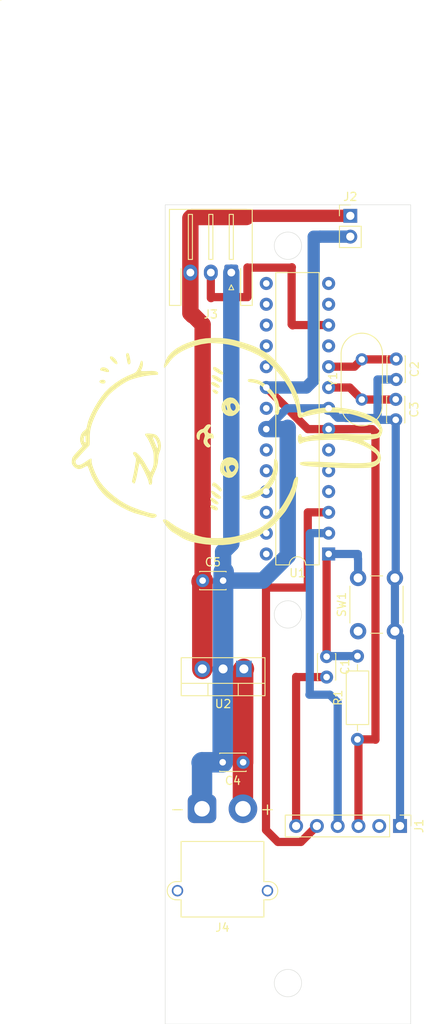
<source format=kicad_pcb>
(kicad_pcb (version 20240108) (generator "pcbnew") (generator_version "8.0")
  (layers (0 "F.Cu" signal) (31 "B.Cu" signal) (34 "B.Paste" user) (35 "F.Paste" user) (36 "B.SilkS" user "B.Silkscreen") (37 "F.SilkS" user "F.Silkscreen") (38 "B.Mask" user) (39 "F.Mask" user) (44 "Edge.Cuts" user))
  (net 0 "")
  (net 1 "Net-(U1-~{RESET}{slash}PC6)")
  (net 2 "Net-(U1-XTAL2{slash}PB7)")
  (net 3 "GND")
  (net 4 "Net-(U1-XTAL1{slash}PB6)")
  (net 5 "VCC")
  (net 16 "Net-(J1-Pin_6)")
  (net 17 "Net-(J1-Pin_5)")
  (net 18 "Net-(J1-Pin_4)")
  (net 25 "batt_16V")
  (net 26 "led_5V")
  (net 27 "signal")
  (footprint "Connector_PinHeader_2.54mm:PinHeader_1x02_P2.54mm_Vertical" (layer "F.Cu") (at 122.625 51.35)
    (property "Reference" "J2" (at 0 -2.33 0) (layer "F.SilkS"))
    (property "Value" "Conn_01x02_Pin")
    (pad "1" thru_hole rect (at 0 0) (size 1.7 1.7) (drill 1) (layers "*.Cu" "*.Mask") (net 26 "led_5V"))
    (pad "2" thru_hole oval (at 0 2.54) (size 1.7 1.7) (drill 1) (layers "*.Cu" "*.Mask") (net 5 "VCC"))
  )
  (footprint "Capacitor_THT:C_Disc_D3.0mm_W2.0mm_P2.50mm" (layer "F.Cu") (at 119.725 105.15 -90)
    (property "Reference" "C1" (at 1.25 -2.25 90) (layer "F.SilkS"))
    (property "Value" "0.1μ")
    (pad "1" thru_hole circle (at 0 0 270) (size 1.6 1.6) (drill 0.8) (layers "*.Cu" "*.Mask") (net 1 "Net-(U1-~{RESET}{slash}PC6)"))
    (pad "2" thru_hole circle (at 2.5 0 270) (size 1.6 1.6) (drill 0.8) (layers "*.Cu" "*.Mask") (net 16 "Net-(J1-Pin_6)"))
  )
  (footprint "Capacitor_THT:C_Disc_D3.0mm_W2.0mm_P2.50mm" (layer "F.Cu") (at 109.525 118.05 180)
    (property "Reference" "C4" (at 1.25 -2.25 0) (layer "F.SilkS"))
    (property "Value" "0.33μF")
    (pad "1" thru_hole circle (at 0 0 180) (size 1.6 1.6) (drill 0.8) (layers "*.Cu" "*.Mask") (net 25 "batt_16V"))
    (pad "2" thru_hole circle (at 2.5 0 180) (size 1.6 1.6) (drill 0.8) (layers "*.Cu" "*.Mask") (net 3 "GND"))
  )
  (footprint "Button_Switch_THT:SW_PUSH_6mm" (layer "F.Cu") (at 123.575 102.05 90)
    (property "Reference" "SW1" (at 3.25 -2 90) (layer "F.SilkS"))
    (property "Value" "SW_Push")
    (pad "1" thru_hole circle (at 0 0 180) (size 2 2) (drill 1.1) (layers "*.Cu" "*.Mask") (net 1 "Net-(U1-~{RESET}{slash}PC6)"))
    (pad "1" thru_hole circle (at 6.5 0 180) (size 2 2) (drill 1.1) (layers "*.Cu" "*.Mask") (net 1 "Net-(U1-~{RESET}{slash}PC6)"))
    (pad "2" thru_hole circle (at 0 4.5 180) (size 2 2) (drill 1.1) (layers "*.Cu" "*.Mask") (net 3 "GND"))
    (pad "2" thru_hole circle (at 6.5 4.5 180) (size 2 2) (drill 1.1) (layers "*.Cu" "*.Mask") (net 3 "GND"))
  )
  (footprint "Connector_AMASS:AMASS_XT30PW-M_1x02_P2.50mm_Horizontal" (layer "F.Cu") (at 104.5 123.725 180)
    (property "Reference" "J4" (at -2.5 -14.5 0) (layer "F.SilkS"))
    (property "Value" "batt")
    (fp_text user "-" (at 3 0 0) (layer "F.SilkS") (effects (font (size 1.5 1.5))))
    (fp_text user "+" (at -8 0 0) (layer "F.SilkS") (effects (font (size 1.5 1.5))))
    (pad "" thru_hole circle (at -8 -10 180) (size 1.4 1.4) (drill 1) (layers "*.Cu" "*.Mask"))
    (pad "" thru_hole circle (at 3 -10 180) (size 1.4 1.4) (drill 1) (layers "*.Cu" "*.Mask"))
    (pad "1" thru_hole roundrect (at 0 0 180) (size 3.5 3.5) (drill 1.9) (layers "*.Cu" "*.Mask") (roundrect_rratio 0.22) (net 3 "GND"))
    (pad "2" thru_hole circle (at -5 0 180) (size 3.5 3.5) (drill 1.9) (layers "*.Cu" "*.Mask") (net 25 "batt_16V"))
  )
  (footprint "Package_DIP:DIP-28_W7.62mm" (layer "F.Cu") (at 119.975 92.625 180)
    (property "Reference" "U1" (at 3.81 -2.33 0) (layer "F.SilkS"))
    (property "Value" "ATmega328-P")
    (pad "1" thru_hole rect (at 0 0 180) (size 1.6 1.6) (drill 0.8) (layers "*.Cu" "*.Mask") (net 1 "Net-(U1-~{RESET}{slash}PC6)"))
    (pad "2" thru_hole oval (at 0 2.54 180) (size 1.6 1.6) (drill 0.8) (layers "*.Cu" "*.Mask") (net 18 "Net-(J1-Pin_4)"))
    (pad "3" thru_hole oval (at 0 5.08 180) (size 1.6 1.6) (drill 0.8) (layers "*.Cu" "*.Mask") (net 17 "Net-(J1-Pin_5)"))
    (pad "4" thru_hole oval (at 0 7.62 180) (size 1.6 1.6) (drill 0.8) (layers "*.Cu" "*.Mask"))
    (pad "5" thru_hole oval (at 0 10.16 180) (size 1.6 1.6) (drill 0.8) (layers "*.Cu" "*.Mask"))
    (pad "6" thru_hole oval (at 0 12.7 180) (size 1.6 1.6) (drill 0.8) (layers "*.Cu" "*.Mask"))
    (pad "7" thru_hole oval (at 0 15.24 180) (size 1.6 1.6) (drill 0.8) (layers "*.Cu" "*.Mask") (net 5 "VCC"))
    (pad "8" thru_hole oval (at 0 17.78 180) (size 1.6 1.6) (drill 0.8) (layers "*.Cu" "*.Mask") (net 3 "GND"))
    (pad "9" thru_hole oval (at 0 20.32 180) (size 1.6 1.6) (drill 0.8) (layers "*.Cu" "*.Mask") (net 4 "Net-(U1-XTAL1{slash}PB6)"))
    (pad "10" thru_hole oval (at 0 22.86 180) (size 1.6 1.6) (drill 0.8) (layers "*.Cu" "*.Mask") (net 2 "Net-(U1-XTAL2{slash}PB7)"))
    (pad "11" thru_hole oval (at 0 25.4 180) (size 1.6 1.6) (drill 0.8) (layers "*.Cu" "*.Mask"))
    (pad "12" thru_hole oval (at 0 27.94 180) (size 1.6 1.6) (drill 0.8) (layers "*.Cu" "*.Mask") (net 27 "signal"))
    (pad "13" thru_hole oval (at 0 30.48 180) (size 1.6 1.6) (drill 0.8) (layers "*.Cu" "*.Mask"))
    (pad "14" thru_hole oval (at 0 33.02 180) (size 1.6 1.6) (drill 0.8) (layers "*.Cu" "*.Mask"))
    (pad "15" thru_hole oval (at 7.62 33.02 180) (size 1.6 1.6) (drill 0.8) (layers "*.Cu" "*.Mask"))
    (pad "16" thru_hole oval (at 7.62 30.48 180) (size 1.6 1.6) (drill 0.8) (layers "*.Cu" "*.Mask"))
    (pad "17" thru_hole oval (at 7.62 27.94 180) (size 1.6 1.6) (drill 0.8) (layers "*.Cu" "*.Mask"))
    (pad "18" thru_hole oval (at 7.62 25.4 180) (size 1.6 1.6) (drill 0.8) (layers "*.Cu" "*.Mask"))
    (pad "19" thru_hole oval (at 7.62 22.86 180) (size 1.6 1.6) (drill 0.8) (layers "*.Cu" "*.Mask"))
    (pad "20" thru_hole oval (at 7.62 20.32 180) (size 1.6 1.6) (drill 0.8) (layers "*.Cu" "*.Mask") (net 5 "VCC"))
    (pad "21" thru_hole oval (at 7.62 17.78 180) (size 1.6 1.6) (drill 0.8) (layers "*.Cu" "*.Mask"))
    (pad "22" thru_hole oval (at 7.62 15.24 180) (size 1.6 1.6) (drill 0.8) (layers "*.Cu" "*.Mask") (net 3 "GND"))
    (pad "23" thru_hole oval (at 7.62 12.7 180) (size 1.6 1.6) (drill 0.8) (layers "*.Cu" "*.Mask"))
    (pad "24" thru_hole oval (at 7.62 10.16 180) (size 1.6 1.6) (drill 0.8) (layers "*.Cu" "*.Mask"))
    (pad "25" thru_hole oval (at 7.62 7.62 180) (size 1.6 1.6) (drill 0.8) (layers "*.Cu" "*.Mask"))
    (pad "26" thru_hole oval (at 7.62 5.08 180) (size 1.6 1.6) (drill 0.8) (layers "*.Cu" "*.Mask"))
    (pad "27" thru_hole oval (at 7.62 2.54 180) (size 1.6 1.6) (drill 0.8) (layers "*.Cu" "*.Mask"))
    (pad "28" thru_hole oval (at 7.62 0 180) (size 1.6 1.6) (drill 0.8) (layers "*.Cu" "*.Mask"))
  )
  (footprint "Connector_PinHeader_2.54mm:PinHeader_1x06_P2.54mm_Vertical" (layer "F.Cu") (at 128.7 125.825 -90)
    (property "Reference" "J1" (at 0 -2.33 90) (layer "F.SilkS"))
    (property "Value" "CH340E_MODULE")
    (pad "1" thru_hole rect (at 0 0 270) (size 1.7 1.7) (drill 1) (layers "*.Cu" "*.Mask") (net 3 "GND"))
    (pad "2" thru_hole oval (at 0 2.54 270) (size 1.7 1.7) (drill 1) (layers "*.Cu" "*.Mask"))
    (pad "3" thru_hole oval (at 0 5.08 270) (size 1.7 1.7) (drill 1) (layers "*.Cu" "*.Mask") (net 5 "VCC"))
    (pad "4" thru_hole oval (at 0 7.62 270) (size 1.7 1.7) (drill 1) (layers "*.Cu" "*.Mask") (net 18 "Net-(J1-Pin_4)"))
    (pad "5" thru_hole oval (at 0 10.16 270) (size 1.7 1.7) (drill 1) (layers "*.Cu" "*.Mask") (net 17 "Net-(J1-Pin_5)"))
    (pad "6" thru_hole oval (at 0 12.7 270) (size 1.7 1.7) (drill 1) (layers "*.Cu" "*.Mask") (net 16 "Net-(J1-Pin_6)"))
  )
  (footprint "Resistor_THT:R_Axial_DIN0207_L6.3mm_D2.5mm_P10.16mm_Horizontal" (layer "F.Cu") (at 123.5 115.255 90)
    (property "Reference" "R1" (at 5.08 -2.37 90) (layer "F.SilkS"))
    (property "Value" "10k")
    (pad "1" thru_hole circle (at 0 0 90) (size 1.6 1.6) (drill 0.8) (layers "*.Cu" "*.Mask") (net 5 "VCC"))
    (pad "2" thru_hole oval (at 10.16 0 90) (size 1.6 1.6) (drill 0.8) (layers "*.Cu" "*.Mask") (net 1 "Net-(U1-~{RESET}{slash}PC6)"))
  )
  (footprint "yaha.pritty:yaha" (layer "F.Cu") (at 108.4 75.8 -90)
    (property "Reference" "G***" (hide yes))
    (property "Value" "LOGO" (hide yes))
  )
  (footprint "Connector_JST:JST_XH_S3B-XH-A-1_1x03_P2.50mm_Horizontal" (layer "F.Cu") (at 108.075 58.275 180)
    (property "Reference" "J3" (at 2.5 -5.1 0) (layer "F.SilkS"))
    (property "Value" "led tape")
    (pad "1" thru_hole roundrect (at 0 0 180) (size 1.7 1.95) (drill 0.95) (layers "*.Cu" "*.Mask") (roundrect_rratio 0.147059) (net 3 "GND"))
    (pad "2" thru_hole oval (at 2.5 0 180) (size 1.7 1.95) (drill 0.95) (layers "*.Cu" "*.Mask") (net 27 "signal"))
    (pad "3" thru_hole oval (at 5 0 180) (size 1.7 1.95) (drill 0.95) (layers "*.Cu" "*.Mask") (net 26 "led_5V"))
  )
  (footprint "Capacitor_THT:C_Disc_D3.0mm_W2.0mm_P2.50mm" (layer "F.Cu") (at 104.575 95.875)
    (property "Reference" "C5" (at 1.25 -2.25 0) (layer "F.SilkS"))
    (property "Value" "0.1μF")
    (pad "1" thru_hole circle (at 0 0) (size 1.6 1.6) (drill 0.8) (layers "*.Cu" "*.Mask") (net 26 "led_5V"))
    (pad "2" thru_hole circle (at 2.5 0) (size 1.6 1.6) (drill 0.8) (layers "*.Cu" "*.Mask") (net 3 "GND"))
  )
  (footprint "Package_TO_SOT_THT:TO-220-3_Vertical" (layer "F.Cu") (at 109.615 106.655 180)
    (property "Reference" "U2" (at 2.54 -4.27 0) (layer "F.SilkS"))
    (property "Value" "LM7805_TO220")
    (pad "1" thru_hole rect (at 0 0 180) (size 1.905 2) (drill 1.1) (layers "*.Cu" "*.Mask") (net 25 "batt_16V"))
    (pad "2" thru_hole oval (at 2.54 0 180) (size 1.905 2) (drill 1.1) (layers "*.Cu" "*.Mask") (net 3 "GND"))
    (pad "3" thru_hole oval (at 5.08 0 180) (size 1.905 2) (drill 1.1) (layers "*.Cu" "*.Mask") (net 26 "led_5V"))
  )
  (footprint "Capacitor_THT:C_Disc_D3.0mm_W2.0mm_P2.50mm" (layer "F.Cu") (at 128.225 68.825 -90)
    (property "Reference" "C2" (at 1.25 -2.25 90) (layer "F.SilkS"))
    (property "Value" "22p")
    (pad "1" thru_hole circle (at 0 0 270) (size 1.6 1.6) (drill 0.8) (layers "*.Cu" "*.Mask") (net 2 "Net-(U1-XTAL2{slash}PB7)"))
    (pad "2" thru_hole circle (at 2.5 0 270) (size 1.6 1.6) (drill 0.8) (layers "*.Cu" "*.Mask") (net 3 "GND"))
  )
  (footprint "Crystal:Crystal_HC18-U_Vertical" (layer "F.Cu") (at 124.025 73.775 90)
    (property "Reference" "Y1" (at 2.45 -3.525 90) (layer "F.SilkS"))
    (property "Value" "16MHz")
    (pad "1" thru_hole circle (at 0 0 90) (size 1.5 1.5) (drill 0.8) (layers "*.Cu" "*.Mask") (net 4 "Net-(U1-XTAL1{slash}PB6)"))
    (pad "2" thru_hole circle (at 4.9 0 90) (size 1.5 1.5) (drill 0.8) (layers "*.Cu" "*.Mask") (net 2 "Net-(U1-XTAL2{slash}PB7)"))
  )
  (footprint "Capacitor_THT:C_Disc_D3.0mm_W2.0mm_P2.50mm" (layer "F.Cu") (at 128.175 73.75 -90)
    (property "Reference" "C3" (at 1.25 -2.25 90) (layer "F.SilkS"))
    (property "Value" "22p")
    (pad "1" thru_hole circle (at 0 0 270) (size 1.6 1.6) (drill 0.8) (layers "*.Cu" "*.Mask") (net 4 "Net-(U1-XTAL1{slash}PB6)"))
    (pad "2" thru_hole circle (at 2.5 0 270) (size 1.6 1.6) (drill 0.8) (layers "*.Cu" "*.Mask") (net 3 "GND"))
  )
  (gr_rect (start 100 50) (end 130 150) (stroke (width 0.05)) (fill none) (layer "Edge.Cuts"))
  (gr_circle (center 115 145) (end 116.67 145) (stroke (width 0.05)) (fill none) (layer "Edge.Cuts"))
  (gr_circle (center 115 100) (end 116.67 100) (stroke (width 0.05)) (fill none) (layer "Edge.Cuts"))
  (gr_circle (center 115 55) (end 116.67 55) (stroke (width 0.05)) (fill none) (layer "Edge.Cuts"))
  (segment (start 119.725 105.15) (end 119.725 92.875) (width 1) (layer "F.Cu") (net 1))
  (segment (start 119.725 92.875) (end 119.975 92.625) (width 1) (layer "F.Cu") (net 1))
  (segment (start 123.5 105.095) (end 119.78 105.095) (width 1) (layer "B.Cu") (net 1))
  (segment (start 123.55 93.225) (end 123.575 93.25) (width 1) (layer "B.Cu") (net 1))
  (segment (start 123.55 92.625) (end 123.55 93.225) (width 1) (layer "B.Cu") (net 1))
  (segment (start 119.78 105.095) (end 119.725 105.15) (width 1) (layer "B.Cu") (net 1))
  (segment (start 119.975 92.625) (end 123.55 92.625) (width 1) (layer "B.Cu") (net 1))
  (segment (start 123.575 93.25) (end 123.575 95.55) (width 1) (layer "B.Cu") (net 1))
  (segment (start 124.025 68.875) (end 128.175 68.875) (width 1) (layer "F.Cu") (net 2))
  (segment (start 128.175 68.875) (end 128.225 68.825) (width 1) (layer "F.Cu") (net 2))
  (segment (start 119.975 69.765) (end 123.135 69.765) (width 1) (layer "F.Cu") (net 2))
  (segment (start 123.135 69.765) (end 124.025 68.875) (width 1) (layer "F.Cu") (net 2))
  (segment (start 104.45 118.1) (end 104.5 118.05) (width 2.5) (layer "B.Cu") (net 3))
  (segment (start 107.025 118.05) (end 107.025 106.705) (width 2.5) (layer "B.Cu") (net 3))
  (segment (start 107.075 92.35637) (end 108.075 91.35637) (width 2) (layer "B.Cu") (net 3))
  (segment (start 128.075 95.55) (end 128.075 95.075) (width 1) (layer "B.Cu") (net 3))
  (segment (start 114.975 77.225) (end 114.815 77.385) (width 2) (layer "B.Cu") (net 3))
  (segment (start 127.815 102.31) (end 128.075 102.05) (width 1) (layer "B.Cu") (net 3))
  (segment (start 104.5 118.05) (end 107.025 118.05) (width 2.5) (layer "B.Cu") (net 3))
  (segment (start 128.175 95.45) (end 128.075 95.55) (width 1) (layer "B.Cu") (net 3))
  (segment (start 107.075 95.875) (end 107.075 92.35637) (width 2) (layer "B.Cu") (net 3))
  (segment (start 128.175 76.25) (end 128.175 95.45) (width 1) (layer "B.Cu") (net 3))
  (segment (start 107.15 95.95) (end 107.075 95.875) (width 2.5) (layer "B.Cu") (net 3))
  (segment (start 128.7 125.825) (end 128.7 102.675) (width 1) (layer "B.Cu") (net 3))
  (segment (start 125.95 76.025) (end 126.175 76.25) (width 1) (layer "B.Cu") (net 3))
  (segment (start 122.075 76) (end 122.1 76.025) (width 1) (layer "B.Cu") (net 3))
  (segment (start 121.1 76) (end 122.075 76) (width 1) (layer "B.Cu") (net 3))
  (segment (start 107.075 95.875) (end 111.933428 95.875) (width 2) (layer "B.Cu") (net 3))
  (segment (start 128.075 102.05) (end 128.075 95.55) (width 1) (layer "B.Cu") (net 3))
  (segment (start 128.7 102.675) (end 128.075 102.05) (width 1) (layer "B.Cu") (net 3))
  (segment (start 120.774999 75.674999) (end 121.1 76) (width 1) (layer "B.Cu") (net 3))
  (segment (start 128.225 71.325) (end 125.95 71.325) (width 1) (layer "B.Cu") (net 3))
  (segment (start 119.975 74.845) (end 114.895 74.845) (width 1) (layer "B.Cu") (net 3))
  (segment (start 114.815 77.385) (end 112.355 77.385) (width 2) (layer "B.Cu") (net 3))
  (segment (start 120.774999 75.644999) (end 120.774999 75.674999) (width 1) (layer "B.Cu") (net 3))
  (segment (start 126.175 76.25) (end 128.175 76.25) (width 1) (layer "B.Cu") (net 3))
  (segment (start 104.5 118.15) (end 104.45 118.1) (width 2.5) (layer "B.Cu") (net 3))
  (segment (start 114.975 92.833428) (end 114.975 77.225) (width 2) (layer "B.Cu") (net 3))
  (segment (start 119.975 74.845) (end 120.774999 75.644999) (width 1) (layer "B.Cu") (net 3))
  (segment (start 107 106.73) (end 107.075 106.655) (width 2.5) (layer "B.Cu") (net 3))
  (segment (start 107.075 95.875) (end 107.075 106.655) (width 2.5) (layer "B.Cu") (net 3))
  (segment (start 128.075 95.075) (end 128.125 95.025) (width 1) (layer "B.Cu") (net 3))
  (segment (start 107.15 95.95) (end 107.15 94.81863) (width 2.5) (layer "B.Cu") (net 3))
  (segment (start 104.5 123.725) (end 104.5 118.15) (width 2.5) (layer "B.Cu") (net 3))
  (segment (start 122.1 76.025) (end 125.95 76.025) (width 1) (layer "B.Cu") (net 3))
  (segment (start 111.933428 95.875) (end 114.975 92.833428) (width 2) (layer "B.Cu") (net 3))
  (segment (start 125.95 71.325) (end 125.95 76.025) (width 1) (layer "B.Cu") (net 3))
  (segment (start 107.025 106.705) (end 107.075 106.655) (width 2.5) (layer "B.Cu") (net 3))
  (segment (start 108.075 58.275) (end 108.075 91.35637) (width 2) (layer "B.Cu") (net 3))
  (segment (start 114.895 74.845) (end 112.355 77.385) (width 1) (layer "B.Cu") (net 3))
  (segment (start 128.15 73.775) (end 128.175 73.75) (width 1) (layer "F.Cu") (net 4))
  (segment (start 122.555 72.305) (end 124.025 73.775) (width 1) (layer "F.Cu") (net 4))
  (segment (start 119.975 72.305) (end 122.555 72.305) (width 1) (layer "F.Cu") (net 4))
  (segment (start 124.025 73.775) (end 128.15 73.775) (width 1) (layer "F.Cu") (net 4))
  (segment (start 117.435 77.385) (end 112.355 72.305) (width 1) (layer "F.Cu") (net 5))
  (segment (start 125.7 77.775) (end 125.31 77.385) (width 1) (layer "F.Cu") (net 5))
  (segment (start 119.975 77.385) (end 117.435 77.385) (width 1) (layer "F.Cu") (net 5))
  (segment (start 123.62 115.375) (end 123.5 115.255) (width 1) (layer "F.Cu") (net 5))
  (segment (start 125.31 77.385) (end 119.975 77.385) (width 1) (layer "F.Cu") (net 5))
  (segment (start 123.62 125.825) (end 123.62 115.375) (width 1) (layer "F.Cu") (net 5))
  (segment (start 125.655 115.255) (end 125.7 115.3) (width 1) (layer "F.Cu") (net 5))
  (segment (start 123.5 115.255) (end 125.655 115.255) (width 1) (layer "F.Cu") (net 5))
  (segment (start 125.7 115.3) (end 125.7 77.775) (width 1) (layer "F.Cu") (net 5))
  (segment (start 123.5 115.255) (end 123.3025 115.4525) (width 1) (layer "F.Cu") (net 5))
  (segment (start 117.245 72.305) (end 118.15 71.4) (width 1.5) (layer "B.Cu") (net 5))
  (segment (start 118.15 71.4) (end 118.15 53.9) (width 1.5) (layer "B.Cu") (net 5))
  (segment (start 118.91 53.89) (end 122.625 53.89) (width 1.5) (layer "B.Cu") (net 5))
  (segment (start 118.15 53.9) (end 118.9 53.9) (width 1.5) (layer "B.Cu") (net 5))
  (segment (start 118.9 53.9) (end 118.91 53.89) (width 1.5) (layer "B.Cu") (net 5))
  (segment (start 112.355 72.305) (end 117.245 72.305) (width 1.5) (layer "B.Cu") (net 5))
  (segment (start 116 107.625) (end 116.025 107.65) (width 1) (layer "F.Cu") (net 16))
  (segment (start 116.025 107.65) (end 119.725 107.65) (width 1) (layer "F.Cu") (net 16))
  (segment (start 116 125.825) (end 116 107.625) (width 1) (layer "F.Cu") (net 16))
  (segment (start 116.59 127.775) (end 113.775 127.775) (width 1) (layer "F.Cu") (net 17))
  (segment (start 112.319586 126.319586) (end 112.319586 96.755414) (width 1) (layer "F.Cu") (net 17))
  (segment (start 118.54 125.825) (end 116.59 127.775) (width 1) (layer "F.Cu") (net 17))
  (segment (start 117.35 96.725) (end 117.425 96.65) (width 1) (layer "F.Cu") (net 17))
  (segment (start 117.425 87.55) (end 117.43 87.545) (width 1) (layer "F.Cu") (net 17))
  (segment (start 117.43 87.545) (end 119.975 87.545) (width 1) (layer "F.Cu") (net 17))
  (segment (start 113.775 127.775) (end 112.319586 126.319586) (width 1) (layer "F.Cu") (net 17))
  (segment (start 112.35 96.725) (end 117.35 96.725) (width 1) (layer "F.Cu") (net 17))
  (segment (start 117.425 96.65) (end 117.425 87.55) (width 1) (layer "F.Cu") (net 17))
  (segment (start 112.319586 96.755414) (end 112.35 96.725) (width 1) (layer "F.Cu") (net 17))
  (segment (start 117.671075 109.753925) (end 117.671075 90.128925) (width 1) (layer "B.Cu") (net 18))
  (segment (start 117.625 109.8) (end 117.671075 109.753925) (width 1) (layer "B.Cu") (net 18))
  (segment (start 117.671075 90.128925) (end 117.715 90.085) (width 1) (layer "B.Cu") (net 18))
  (segment (start 120.125 109.8) (end 117.625 109.8) (width 1) (layer "B.Cu") (net 18))
  (segment (start 121.08 125.825) (end 121.08 110.755) (width 1) (layer "B.Cu") (net 18))
  (segment (start 117.715 90.085) (end 119.975 90.085) (width 1) (layer "B.Cu") (net 18))
  (segment (start 121.08 110.755) (end 120.125 109.8) (width 1) (layer "B.Cu") (net 18))
  (segment (start 109.5 118.075) (end 109.525 118.05) (width 2.5) (layer "F.Cu") (net 25))
  (segment (start 109.5 123.725) (end 109.5 118.075) (width 2.5) (layer "F.Cu") (net 25))
  (segment (start 109.525 118.05) (end 109.525 106.745) (width 2.5) (layer "F.Cu") (net 25))
  (segment (start 109.5 106.77) (end 109.615 106.655) (width 2.5) (layer "F.Cu") (net 25))
  (segment (start 109.525 106.745) (end 109.615 106.655) (width 2.5) (layer "F.Cu") (net 25))
  (segment (start 103.225 51.5) (end 109.9 51.5) (width 2) (layer "F.Cu") (net 26))
  (segment (start 103.075 63.225) (end 103.075 58.275) (width 2) (layer "F.Cu") (net 26))
  (segment (start 103.075 51.65) (end 103.225 51.5) (width 2) (layer "F.Cu") (net 26))
  (segment (start 103.075 58.275) (end 103.075 51.65) (width 2) (layer "F.Cu") (net 26))
  (segment (start 103.45 63.5) (end 103.35 63.5) (width 2) (layer "F.Cu") (net 26))
  (segment (start 122.625 51.35) (end 108.125 51.35) (width 1.5) (layer "F.Cu") (net 26))
  (segment (start 104.535 106.655) (end 104.535 96.085) (width 2.5) (layer "F.Cu") (net 26))
  (segment (start 104.61 95.91) (end 104.575 95.875) (width 2.5) (layer "F.Cu") (net 26))
  (segment (start 103.35 63.5) (end 103.075 63.225) (width 2) (layer "F.Cu") (net 26))
  (segment (start 104.575 95.875) (end 104.575 64.625) (width 2) (layer "F.Cu") (net 26))
  (segment (start 104.575 64.625) (end 103.45 63.5) (width 2) (layer "F.Cu") (net 26))
  (segment (start 104.575 95.875) (end 104.45 96) (width 2.5) (layer "F.Cu") (net 26))
  (segment (start 108.025 51.25) (end 108.075 51.3) (width 1.5) (layer "F.Cu") (net 26))
  (segment (start 104.535 96.085) (end 104.45 96) (width 2.5) (layer "F.Cu") (net 26))
  (segment (start 108.125 51.35) (end 108.075 51.3) (width 1.5) (layer "F.Cu") (net 26))
  (segment (start 119.975 64.685) (end 115.615 64.685) (width 1) (layer "F.Cu") (net 27))
  (segment (start 110.075 57.675) (end 110.05 57.65) (width 1) (layer "F.Cu") (net 27))
  (segment (start 105.725 61.275) (end 105.6 61.4) (width 1) (layer "F.Cu") (net 27))
  (segment (start 115.45 57.656014) (end 115.475977 57.630037) (width 1) (layer "F.Cu") (net 27))
  (segment (start 115.475977 57.630037) (end 115.48065 57.629131) (width 1) (layer "F.Cu") (net 27))
  (segment (start 110.05 57.65) (end 110.05 61.275) (width 1) (layer "F.Cu") (net 27))
  (segment (start 110.05 61.275) (end 105.725 61.275) (width 1) (layer "F.Cu") (net 27))
  (segment (start 115.48065 57.629131) (end 115.434781 57.675) (width 1) (layer "F.Cu") (net 27))
  (segment (start 115.575 64.725) (end 115.45 64.6) (width 1) (layer "F.Cu") (net 27))
  (segment (start 105.575 61.375) (end 105.575 58.275) (width 1) (layer "F.Cu") (net 27))
  (segment (start 105.6 61.4) (end 105.575 61.375) (width 1) (layer "F.Cu") (net 27))
  (segment (start 115.434781 57.675) (end 110.075 57.675) (width 1) (layer "F.Cu") (net 27))
  (segment (start 115.45 64.6) (end 115.45 57.656014) (width 1) (layer "F.Cu") (net 27))
  (segment (start 115.615 64.685) (end 115.575 64.725) (width 1) (layer "F.Cu") (net 27))
)
</source>
